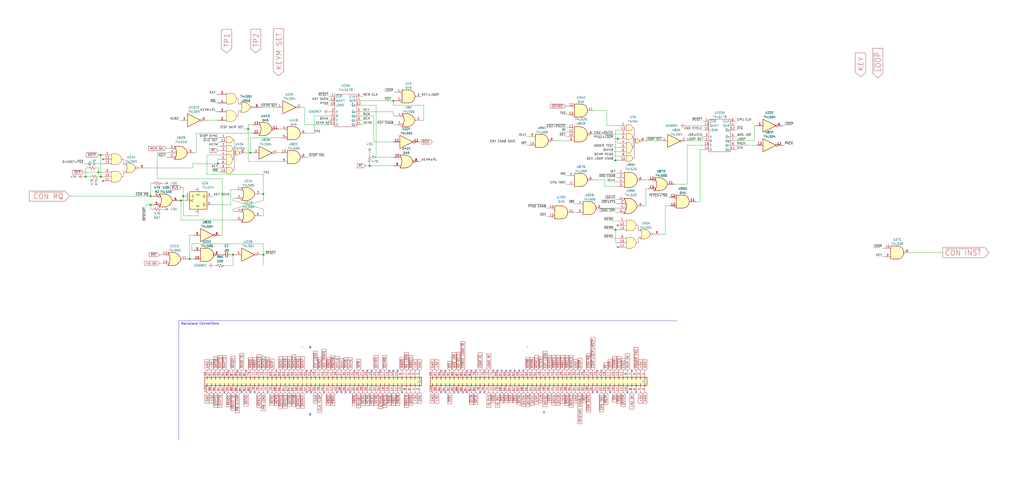
<source format=kicad_sch>
(kicad_sch (version 20230121) (generator eeschema)
  (paper "User" 599.999 280.01)
  (junction (at 230.505 59.055))
  (junction (at 50.165 103.505))
  (junction (at 154.305 113.665))
  (junction (at 146.685 89.535))
  (junction (at 361.95 81.28))
  (junction (at 154.305 149.225))
  (junction (at 360.68 134.62))
  (junction (at 360.68 93.98))
  (junction (at 136.525 149.225))
  (junction (at 88.265 114.935))
  (junction (at 59.055 90.805))
  (junction (at 88.265 120.015))
  (junction (at 57.785 100.965))
  (junction (at 216.535 97.155))
  (junction (at 59.055 103.505))
  (junction (at 111.125 151.765))
  (junction (at 127.635 95.885))
  (junction (at 145.415 75.565))
  (junction (at 107.315 114.935))
  (junction (at 106.045 117.475))
  (no_connect (at 361.95 132.08))
  (no_connect (at 361.95 144.78))
  (no_connect (at 60.325 106.045))
  (no_connect (at 60.325 93.345))
  (no_connect (at 260.985 217.17))
  (no_connect (at 370.205 217.17))
  (no_connect (at 304.165 217.17))
  (no_connect (at 299.085 217.17))
  (no_connect (at 144.145 217.17))
  (no_connect (at 352.425 217.17))
  (no_connect (at 301.625 217.17))
  (no_connect (at 131.445 229.87))
  (no_connect (at 197.485 229.87))
  (no_connect (at 273.685 217.17))
  (no_connect (at 179.705 229.87))
  (no_connect (at 367.665 229.87))
  (no_connect (at 268.605 229.87))
  (no_connect (at 207.645 217.17))
  (no_connect (at 217.805 217.17))
  (no_connect (at 276.225 217.17))
  (no_connect (at 139.065 217.17))
  (no_connect (at 271.145 229.87))
  (no_connect (at 294.005 217.17))
  (no_connect (at 273.685 229.87))
  (no_connect (at 349.885 217.17))
  (no_connect (at 258.445 229.87))
  (no_connect (at 349.885 229.87))
  (no_connect (at 156.845 229.87))
  (no_connect (at 146.685 229.87))
  (no_connect (at 291.465 217.17))
  (no_connect (at 182.245 217.17))
  (no_connect (at 283.845 217.17))
  (no_connect (at 227.965 217.17))
  (no_connect (at 278.765 217.17))
  (no_connect (at 233.045 217.17))
  (no_connect (at 347.345 229.87))
  (no_connect (at 283.845 229.87))
  (no_connect (at 182.245 229.87))
  (no_connect (at 222.885 217.17))
  (no_connect (at 205.105 229.87))
  (no_connect (at 161.925 217.17))
  (no_connect (at 296.545 217.17))
  (no_connect (at 202.565 229.87))
  (no_connect (at 288.925 217.17))
  (no_connect (at 342.265 217.17))
  (no_connect (at 266.065 229.87))
  (no_connect (at 281.305 229.87))
  (no_connect (at 212.725 217.17))
  (no_connect (at 149.225 229.87))
  (no_connect (at 230.505 217.17))
  (no_connect (at 189.865 229.87))
  (no_connect (at 372.745 229.87))
  (no_connect (at 200.025 229.87))
  (no_connect (at 357.505 229.87))
  (no_connect (at 235.585 229.87))
  (no_connect (at 260.985 229.87))
  (no_connect (at 179.705 217.17))
  (no_connect (at 306.705 217.17))
  (no_connect (at 258.445 217.17))
  (no_connect (at 141.605 229.87))
  (no_connect (at 215.265 217.17))
  (no_connect (at 133.985 217.17))
  (wire (pts (xy 211.455 59.055) (xy 230.505 59.055)))
  (wire (pts (xy 113.03 95.885) (xy 127.635 95.885)))
  (wire (pts (xy 60.325 103.505) (xy 59.055 103.505)))
  (wire (pts (xy 136.525 122.555) (xy 154.305 117.475)))
  (wire (pts (xy 126.365 65.405) (xy 127.635 65.405)))
  (wire (pts (xy 106.045 109.855) (xy 107.315 109.855)))
  (wire (pts (xy 219.075 83.185) (xy 230.505 83.185)))
  (wire (pts (xy 410.21 87.63) (xy 410.21 118.11)))
  (wire (pts (xy 230.505 59.055) (xy 230.505 61.595)))
  (wire (pts (xy 127.635 85.725) (xy 128.905 85.725)))
  (wire (pts (xy 379.73 105.41) (xy 377.19 105.41)))
  (wire (pts (xy 184.15 67.945) (xy 193.675 67.945)))
  (wire (pts (xy 211.455 61.595) (xy 220.345 61.595)))
  (wire (pts (xy 97.155 86.995) (xy 98.425 86.995)))
  (wire (pts (xy 411.48 76.2) (xy 412.75 76.2)))
  (wire (pts (xy 412.75 87.63) (xy 410.21 87.63)))
  (wire (pts (xy 361.95 83.82) (xy 363.22 83.82)))
  (wire (pts (xy 130.175 104.775) (xy 92.075 104.775)))
  (wire (pts (xy 230.505 53.975) (xy 231.775 53.975)))
  (wire (pts (xy 113.665 137.795) (xy 111.125 137.795)))
  (wire (pts (xy 361.95 81.28) (xy 361.95 83.82)))
  (wire (pts (xy 136.525 116.205) (xy 137.795 116.205)))
  (wire (pts (xy 142.875 75.565) (xy 145.415 75.565)))
  (wire (pts (xy 360.68 142.24) (xy 361.95 142.24)))
  (wire (pts (xy 154.305 113.665) (xy 154.305 117.475)))
  (wire (pts (xy 136.525 155.575) (xy 136.525 149.225)))
  (wire (pts (xy 85.725 121.285) (xy 85.725 120.015)))
  (wire (pts (xy 360.68 116.84) (xy 361.95 116.84)))
  (wire (pts (xy 111.125 137.795) (xy 111.125 151.765)))
  (wire (pts (xy 106.045 117.475) (xy 106.045 128.905)))
  (wire (pts (xy 331.47 77.47) (xy 332.74 77.47)))
  (wire (pts (xy 331.47 62.23) (xy 332.74 62.23)))
  (wire (pts (xy 431.8 71.12) (xy 430.53 71.12)))
  (wire (pts (xy 516.89 145.415) (xy 518.16 145.415)))
  (wire (pts (xy 363.22 78.74) (xy 347.98 78.74)))
  (wire (pts (xy 85.725 120.015) (xy 88.265 120.015)))
  (wire (pts (xy 136.525 117.475) (xy 136.525 116.205)))
  (wire (pts (xy 56.515 98.425) (xy 57.785 98.425)))
  (wire (pts (xy 441.96 82.55) (xy 441.96 73.66)))
  (wire (pts (xy 109.855 151.765) (xy 111.125 151.765)))
  (wire (pts (xy 107.315 109.855) (xy 107.315 114.935)))
  (wire (pts (xy 359.41 86.36) (xy 363.22 86.36)))
  (wire (pts (xy 211.455 65.405) (xy 230.505 65.405)))
  (wire (pts (xy 94.615 122.555) (xy 95.885 122.555)))
  (wire (pts (xy 363.22 76.2) (xy 360.68 76.2)))
  (wire (pts (xy 40.64 114.935) (xy 88.265 114.935)))
  (wire (pts (xy 104.775 117.475) (xy 106.045 117.475)))
  (wire (pts (xy 359.41 139.7) (xy 361.95 139.7)))
  (wire (pts (xy 92.075 89.535) (xy 98.425 89.535)))
  (wire (pts (xy 116.205 126.365) (xy 107.315 126.365)))
  (wire (pts (xy 93.345 154.305) (xy 94.615 154.305)))
  (wire (pts (xy 154.305 142.875) (xy 112.395 142.875)))
  (wire (pts (xy 412.75 85.09) (xy 402.59 85.09)))
  (wire (pts (xy 247.015 83.185) (xy 245.745 83.185)))
  (wire (pts (xy 359.41 129.54) (xy 361.95 129.54)))
  (wire (pts (xy 308.61 80.01) (xy 309.88 80.01)))
  (wire (pts (xy 127.635 95.885) (xy 128.905 95.885)))
  (wire (pts (xy 360.68 119.38) (xy 361.95 119.38)))
  (wire (pts (xy 161.925 62.865) (xy 153.035 62.865)))
  (wire (pts (xy 164.465 89.535) (xy 163.195 89.535)))
  (wire (pts (xy 402.59 85.09) (xy 402.59 107.95)))
  (wire (pts (xy 219.075 67.945) (xy 219.075 83.185)))
  (wire (pts (xy 59.055 90.805) (xy 60.325 90.805)))
  (wire (pts (xy 153.035 126.365) (xy 154.305 126.365)))
  (wire (pts (xy 48.895 100.965) (xy 57.785 100.965)))
  (wire (pts (xy 131.445 155.575) (xy 136.525 155.575)))
  (wire (pts (xy 336.55 119.38) (xy 337.82 119.38)))
  (wire (pts (xy 230.505 59.055) (xy 231.775 59.055)))
  (wire (pts (xy 212.725 70.485) (xy 211.455 70.485)))
  (wire (pts (xy 180.975 92.075) (xy 179.705 92.075)))
  (wire (pts (xy 108.585 117.475) (xy 106.045 117.475)))
  (wire (pts (xy 359.41 134.62) (xy 360.68 134.62)))
  (wire (pts (xy 192.405 61.595) (xy 193.675 61.595)))
  (wire (pts (xy 154.305 142.875) (xy 154.305 149.225)))
  (wire (pts (xy 248.285 70.485) (xy 247.015 70.485)))
  (wire (pts (xy 378.46 120.65) (xy 378.46 110.49)))
  (wire (pts (xy 178.435 73.025) (xy 178.435 62.865)))
  (wire (pts (xy 361.95 81.28) (xy 363.22 81.28)))
  (wire (pts (xy 57.785 100.965) (xy 60.325 100.965)))
  (wire (pts (xy 178.435 62.865) (xy 177.165 62.865)))
  (wire (pts (xy 401.32 73.66) (xy 412.75 73.66)))
  (wire (pts (xy 360.68 101.6) (xy 361.95 101.6)))
  (wire (pts (xy 377.19 120.65) (xy 378.46 120.65)))
  (wire (pts (xy 212.725 56.515) (xy 211.455 56.515)))
  (wire (pts (xy 50.165 103.505) (xy 52.705 103.505)))
  (wire (pts (xy 359.41 93.98) (xy 360.68 93.98)))
  (wire (pts (xy 89.535 114.935) (xy 88.265 114.935)))
  (wire (pts (xy 230.505 61.595) (xy 248.285 61.595)))
  (wire (pts (xy 121.285 70.485) (xy 127.635 70.485)))
  (wire (pts (xy 126.365 55.245) (xy 127.635 55.245)))
  (wire (pts (xy 128.905 149.225) (xy 130.175 149.225)))
  (wire (pts (xy 92.075 104.775) (xy 92.075 89.535)))
  (wire (pts (xy 128.905 93.345) (xy 127.635 93.345)))
  (wire (pts (xy 387.35 137.16) (xy 389.89 137.16)))
  (wire (pts (xy 331.47 80.01) (xy 332.74 80.01)))
  (wire (pts (xy 179.705 78.105) (xy 184.15 78.105)))
  (wire (pts (xy 154.305 122.555) (xy 154.305 126.365)))
  (wire (pts (xy 402.59 107.95) (xy 394.97 107.95)))
  (wire (pts (xy 331.47 67.31) (xy 332.74 67.31)))
  (wire (pts (xy 127.635 100.965) (xy 128.905 100.965)))
  (wire (pts (xy 94.615 107.315) (xy 95.885 107.315)))
  (wire (pts (xy 331.47 102.87) (xy 332.74 102.87)))
  (wire (pts (xy 154.305 122.555) (xy 136.525 117.475)))
  (wire (pts (xy 135.255 149.225) (xy 136.525 149.225)))
  (wire (pts (xy 85.725 98.425) (xy 113.03 98.425)))
  (wire (pts (xy 146.685 89.535) (xy 147.955 89.535)))
  (wire (pts (xy 88.265 120.015) (xy 89.535 120.015)))
  (wire (pts (xy 431.8 87.63) (xy 430.53 87.63)))
  (wire (pts (xy 127.635 83.185) (xy 128.905 83.185)))
  (wire (pts (xy 248.285 61.595) (xy 248.285 70.485)))
  (wire (pts (xy 431.8 76.2) (xy 430.53 76.2)))
  (wire (pts (xy 126.365 60.325) (xy 127.635 60.325)))
  (wire (pts (xy 154.305 149.225) (xy 153.035 149.225)))
  (wire (pts (xy 107.315 114.935) (xy 108.585 114.935)))
  (wire (pts (xy 320.04 121.92) (xy 321.31 121.92)))
  (wire (pts (xy 88.265 107.315) (xy 89.535 107.315)))
  (wire (pts (xy 411.48 80.01) (xy 412.75 80.01)))
  (wire (pts (xy 59.055 103.505) (xy 59.055 90.805)))
  (wire (pts (xy 48.895 103.505) (xy 50.165 103.505)))
  (wire (pts (xy 430.53 85.09) (xy 443.23 85.09)))
  (wire (pts (xy 359.41 91.44) (xy 363.22 91.44)))
  (wire (pts (xy 135.255 120.015) (xy 135.255 111.125)))
  (wire (pts (xy 441.96 73.66) (xy 443.23 73.66)))
  (wire (pts (xy 114.935 78.105) (xy 114.935 89.535)))
  (wire (pts (xy 123.825 120.015) (xy 135.255 120.015)))
  (wire (pts (xy 360.68 93.98) (xy 363.22 93.98)))
  (wire (pts (xy 354.33 105.41) (xy 354.33 109.22)))
  (wire (pts (xy 220.345 92.075) (xy 230.505 92.075)))
  (wire (pts (xy 230.505 65.405) (xy 230.505 67.945)))
  (wire (pts (xy 359.41 88.9) (xy 363.22 88.9)))
  (wire (pts (xy 88.265 114.935) (xy 88.265 107.315)))
  (wire (pts (xy 154.305 102.235) (xy 154.305 113.665)))
  (wire (pts (xy 360.68 76.2) (xy 360.68 93.98)))
  (wire (pts (xy 216.535 89.535) (xy 216.535 90.805)))
  (wire (pts (xy 193.675 73.025) (xy 178.435 73.025)))
  (wire (pts (xy 212.725 73.025) (xy 211.455 73.025)))
  (wire (pts (xy 106.045 128.905) (xy 137.795 128.905)))
  (wire (pts (xy 402.59 82.55) (xy 412.75 82.55)))
  (wire (pts (xy 430.53 82.55) (xy 441.96 82.55)))
  (wire (pts (xy 111.125 151.765) (xy 113.665 151.765)))
  (wire (pts (xy 121.285 102.235) (xy 154.305 102.235)))
  (wire (pts (xy 128.905 90.805) (xy 121.285 90.805)))
  (wire (pts (xy 104.775 70.485) (xy 106.045 70.485)))
  (wire (pts (xy 136.525 149.225) (xy 137.795 149.225)))
  (wire (pts (xy 431.8 80.01) (xy 430.53 80.01)))
  (wire (pts (xy 163.195 75.565) (xy 164.465 75.565)))
  (wire (pts (xy 331.47 74.93) (xy 332.74 74.93)))
  (wire (pts (xy 51.435 98.425) (xy 50.165 98.425)))
  (wire (pts (xy 154.305 113.665) (xy 153.035 113.665)))
  (wire (pts (xy 89.535 122.555) (xy 88.265 122.555)))
  (wire (pts (xy 145.415 73.025) (xy 147.955 73.025)))
  (polyline (pts (xy 104.775 257.81) (xy 104.775 187.96)))
  (wire (pts (xy 192.405 56.515) (xy 193.675 56.515)))
  (wire (pts (xy 116.205 125.095) (xy 116.205 126.365)))
  (wire (pts (xy 332.74 82.55) (xy 325.12 82.55)))
  (wire (pts (xy 137.795 123.825) (xy 136.525 123.825)))
  (wire (pts (xy 127.635 80.645) (xy 128.905 80.645)))
  (wire (pts (xy 459.74 85.09) (xy 458.47 85.09)))
  (wire (pts (xy 552.45 147.955) (xy 533.4 147.955)))
  (wire (pts (xy 97.155 92.075) (xy 98.425 92.075)))
  (wire (pts (xy 144.145 89.535) (xy 146.685 89.535)))
  (wire (pts (xy 320.04 127) (xy 321.31 127)))
  (wire (pts (xy 128.905 137.795) (xy 130.175 137.795)))
  (wire (pts (xy 359.41 81.28) (xy 361.95 81.28)))
  (wire (pts (xy 93.345 149.225) (xy 94.615 149.225)))
  (polyline (pts (xy 104.775 187.96) (xy 396.875 187.96)))
  (wire (pts (xy 410.21 118.11) (xy 407.67 118.11)))
  (wire (pts (xy 112.395 146.685) (xy 113.665 146.685)))
  (wire (pts (xy 360.68 104.14) (xy 361.95 104.14)))
  (wire (pts (xy 130.175 104.775) (xy 130.175 137.795)))
  (wire (pts (xy 127.635 98.425) (xy 128.905 98.425)))
  (wire (pts (xy 147.955 78.105) (xy 114.935 78.105)))
  (wire (pts (xy 516.89 150.495) (xy 518.16 150.495)))
  (wire (pts (xy 355.6 73.66) (xy 363.22 73.66)))
  (wire (pts (xy 360.68 106.68) (xy 361.95 106.68)))
  (wire (pts (xy 112.395 142.875) (xy 112.395 146.685)))
  (wire (pts (xy 411.48 71.12) (xy 412.75 71.12)))
  (wire (pts (xy 57.785 98.425) (xy 57.785 100.965)))
  (wire (pts (xy 121.285 90.805) (xy 121.285 102.235)))
  (wire (pts (xy 125.095 155.575) (xy 126.365 155.575)))
  (wire (pts (xy 378.46 110.49) (xy 379.73 110.49)))
  (wire (pts (xy 184.15 78.105) (xy 184.15 67.945)))
  (wire (pts (xy 459.74 73.66) (xy 458.47 73.66)))
  (wire (pts (xy 389.89 137.16) (xy 389.89 120.65)))
  (wire (pts (xy 146.685 80.645) (xy 146.685 89.535)))
  (wire (pts (xy 127.635 93.345) (xy 127.635 95.885)))
  (wire (pts (xy 88.265 122.555) (xy 88.265 120.015)))
  (wire (pts (xy 220.345 61.595) (xy 220.345 92.075)))
  (wire (pts (xy 192.405 65.405) (xy 193.675 65.405)))
  (wire (pts (xy 154.305 149.225) (xy 154.305 155.575)))
  (wire (pts (xy 57.785 90.805) (xy 59.055 90.805)))
  (wire (pts (xy 192.405 59.055) (xy 193.675 59.055)))
  (wire (pts (xy 355.6 64.77) (xy 347.98 64.77)))
  (wire (pts (xy 231.775 67.945) (xy 230.505 67.945)))
  (wire (pts (xy 230.505 73.025) (xy 231.775 73.025)))
  (wire (pts (xy 389.89 120.65) (xy 392.43 120.65)))
  (wire (pts (xy 50.165 98.425) (xy 50.165 103.505)))
  (wire (pts (xy 114.935 89.535) (xy 113.665 89.535)))
  (wire (pts (xy 355.6 73.66) (xy 355.6 64.77)))
  (wire (pts (xy 135.255 111.125) (xy 137.795 111.125)))
  (wire (pts (xy 57.785 103.505) (xy 59.055 103.505)))
  (wire (pts (xy 216.535 97.155) (xy 230.505 97.155)))
  (wire (pts (xy 145.415 94.615) (xy 164.465 94.615)))
  (wire (pts (xy 360.68 134.62) (xy 360.68 142.24)))
  (wire (pts (xy 113.03 98.425) (xy 113.03 95.885)))
  (wire (pts (xy 107.315 126.365) (xy 107.315 114.935)))
  (wire (pts (xy 145.415 75.565) (xy 145.415 94.615)))
  (wire (pts (xy 192.405 70.485) (xy 193.675 70.485)))
  (wire (pts (xy 360.68 124.46) (xy 361.95 124.46)))
  (wire (pts (xy 125.095 114.935) (xy 123.825 114.935)))
  (wire (pts (xy 361.95 134.62) (xy 360.68 134.62)))
  (wire (pts (xy 391.16 115.57) (xy 392.43 115.57)))
  (wire (pts (xy 354.33 109.22) (xy 361.95 109.22)))
  (wire (pts (xy 211.455 67.945) (xy 219.075 67.945)))
  (wire (pts (xy 164.465 80.645) (xy 146.685 80.645)))
  (wire (pts (xy 48.895 95.885) (xy 60.325 95.885)))
  (wire (pts (xy 347.98 105.41) (xy 354.33 105.41)))
  (wire (pts (xy 387.35 82.55) (xy 378.46 82.55)))
  (wire (pts (xy 216.535 95.885) (xy 216.535 97.155)))
  (wire (pts (xy 127.635 88.265) (xy 128.905 88.265)))
  (wire (pts (xy 331.47 107.95) (xy 332.74 107.95)))
  (wire (pts (xy 213.995 97.155) (xy 216.535 97.155)))
  (wire (pts (xy 308.61 85.09) (xy 309.88 85.09)))
  (wire (pts (xy 145.415 75.565) (xy 145.415 73.025)))
  (wire (pts (xy 136.525 123.825) (xy 136.525 122.555)))
  (wire (pts (xy 155.575 149.225) (xy 154.305 149.225)))
  (wire (pts (xy 247.015 94.615) (xy 245.745 94.615)))
  (wire (pts (xy 353.06 121.92) (xy 361.95 121.92)))
  (wire (pts (xy 336.55 124.46) (xy 337.82 124.46)))
  (text "Backplane Connections" (at 106.045 190.5 0) (effects (font (size 1.27 1.27)) (justify left bottom)))
  (text "B" (at 180.975 243.84 0) (effects (font (size 1.27 1.27)) (justify left bottom)))
  (text "A\n" (at 319.405 242.57 0) (effects (font (size 1.27 1.27)) (justify right bottom)))
  (text "B" (at 180.975 204.47 0) (effects (font (size 1.27 1.27)) (justify left bottom)))
  (label "STOP SYNC" (at 127.635 80.645 180))
  (label "EFA" (at 431.8 87.63 0))
  (label "MEM CLK" (at 212.725 56.515 0))
  (label "~{PTG5 ENAB}" (at 320.04 121.92 180))
  (label "~{PACK}" (at 459.74 85.09 0))
  (label "KEY SEEN" (at 192.405 59.055 180))
  (label "IR7" (at 360.68 101.6 180))
  (label "~{(ISZ+DSZ)E}" (at 331.47 74.93 180))
  (label "~{FETCH•TS0}" (at 391.16 115.57 180))
  (label "KEYM" (at 127.635 85.725 180))
  (label "DCH LOOP ENAB" (at 359.41 93.98 180))
  (label "KEY" (at 516.89 150.495 180))
  (label "~{KEY}" (at 225.425 59.055 0))
  (label "ADDER TEST" (at 359.41 86.36 180))
  (label "TEST SKIP SET" (at 142.875 75.565 180))
  (label "~{KEY ENAB}" (at 230.505 73.025 180))
  (label "KEYM SET" (at 184.785 73.025 0))
  (label "~{RESET}" (at 155.575 149.225 0))
  (label "KEY•LOOP" (at 247.015 56.515 0))
  (label "~{LOOP}" (at 230.505 53.975 180))
  (label "CPU INST" (at 331.47 107.95 180))
  (label "LOOP SET" (at 402.59 82.55 0))
  (label "END CYCLE" (at 411.48 76.2 180))
  (label "PACK" (at 431.8 85.09 0))
  (label "PTG5" (at 192.405 61.595 180))
  (label "CPU CLK" (at 431.8 71.12 0))
  (label "~{STOP INH}" (at 180.975 92.075 0))
  (label "CRY ENAB SAVE" (at 287.02 83.82 0))
  (label "ACB2" (at 104.775 70.485 180))
  (label "~{MEM0}" (at 359.41 134.62 180))
  (label "IR5" (at 331.47 102.87 180))
  (label "~{JSR•EFA}" (at 360.68 119.38 180))
  (label "DEFER" (at 359.41 88.9 180))
  (label "~{KEY}" (at 331.47 80.01 180))
  (label "DCHR PEND" (at 359.41 91.44 180))
  (label "KEYM•PL" (at 126.365 65.405 180))
  (label "KEY SEEN" (at 125.095 114.935 0))
  (label "~{IR6}" (at 126.365 60.325 180))
  (label "~{KEYM SET}" (at 153.035 62.865 0))
  (label "~{D+E SET}" (at 127.635 83.185 180))
  (label "D+ESET+~{TS3}" (at 48.895 95.885 180))
  (label "PTG2•~{LOOP}" (at 359.41 81.28 180))
  (label "~{LOOP}" (at 516.89 145.415 180))
  (label "~{IR0}" (at 336.55 119.38 180))
  (label "~{LOOP}" (at 459.74 73.66 0))
  (label "~{IR0}" (at 127.635 100.965 180))
  (label "KEYM" (at 212.725 73.025 0))
  (label "TP2" (at 184.15 78.105 0))
  (label "~{RESET}" (at 192.405 56.515 180))
  (label "TS3" (at 331.47 67.31 180))
  (label "DCH" (at 212.725 70.485 0))
  (label "~{RESET}" (at 411.48 71.12 180))
  (label "~{AND ENAB}" (at 360.68 104.14 180))
  (label "~{HALT}" (at 97.155 92.075 180))
  (label "LOOP" (at 431.8 82.55 0))
  (label "~{IR7}" (at 308.61 85.09 180))
  (label "~{EFA}" (at 431.8 76.2 0))
  (label "IO•E" (at 308.61 80.01 180))
  (label "IO•E" (at 360.68 106.68 180))
  (label "KEYM•PL" (at 247.015 94.615 0))
  (label "RUN" (at 212.725 67.945 0))
  (label "JSR•EFA" (at 411.48 80.01 180))
  (label "KEY" (at 212.725 65.405 0))
  (label "~{LOAD CRY}" (at 360.68 124.46 180))
  (label "~{LDA•E}" (at 360.68 116.84 180))
  (label "~{PI}" (at 331.47 77.47 180))
  (label "~{CON RQ}" (at 79.375 114.935 0))
  (label "~{RESTART}" (at 85.725 121.285 270))
  (label "KEY" (at 127.635 98.425 180))
  (label "(ISZ+DSZ)E" (at 347.98 78.74 0))
  (label "DCHA" (at 192.405 70.485 180))
  (label "~{MEM2}" (at 359.41 129.54 180))
  (label "~{MEM1}" (at 359.41 139.7 180))
  (label "KEY" (at 126.365 55.245 180))
  (label "WAS JSR" (at 431.8 80.01 0))
  (label "~{KEY}" (at 320.04 127 180))
  (label "~{LOOP SET}" (at 378.46 82.55 0))
  (label "TP1" (at 154.305 102.235 0))
  (global_label "~{MEM10}" (shape input) (at 321.945 217.17 90) (property "Intersheetrefs" "${INTERSHEET_REFS}" (effects hide)))
  (global_label "~{DRIVE IO}" (shape input) (at 136.525 229.87 270) (property "Intersheetrefs" "${INTERSHEET_REFS}" (effects hide)))
  (global_label "~{MEM4}" (shape input) (at 212.725 229.87 270) (property "Intersheetrefs" "${INTERSHEET_REFS}" (effects hide)))
  (global_label "~{RST}" (shape input) (at 93.345 149.225 180) (property "Intersheetrefs" "${INTERSHEET_REFS}" (effects hide)))
  (global_label "~{MBO12}" (shape input) (at 329.565 217.17 90) (property "Intersheetrefs" "${INTERSHEET_REFS}" (effects hide)))
  (global_label "~{DATA13}" (shape input) (at 167.005 229.87 270) (property "Intersheetrefs" "${INTERSHEET_REFS}" (effects hide)))
  (global_label "~{MBO14}" (shape input) (at 324.485 217.17 90) (property "Intersheetrefs" "${INTERSHEET_REFS}" (effects hide)))
  (global_label "~{INTR}" (shape input) (at 210.185 217.17 90) (property "Intersheetrefs" "${INTERSHEET_REFS}" (effects hide)))
  (global_label "DATIA" (shape input) (at 324.485 229.87 270) (property "Intersheetrefs" "${INTERSHEET_REFS}" (effects hide)))
  (global_label "IO PLS" (shape input) (at 286.385 229.87 270) (property "Intersheetrefs" "${INTERSHEET_REFS}" (effects hide)))
  (global_label "~{MBO6}" (shape input) (at 227.965 229.87 270) (property "Intersheetrefs" "${INTERSHEET_REFS}" (effects hide)))
  (global_label "~{MBO9}" (shape input) (at 235.585 217.17 90) (property "Intersheetrefs" "${INTERSHEET_REFS}" (effects hide)))
  (global_label "~{ISTP}" (shape input) (at 48.895 100.965 180) (property "Intersheetrefs" "${INTERSHEET_REFS}" (effects hide)))
  (global_label "MEM OK" (shape input) (at 367.665 217.17 90) (property "Intersheetrefs" "${INTERSHEET_REFS}" (effects hide)))
  (global_label "~{SHIFT2}" (shape input) (at 128.905 217.17 90) (property "Intersheetrefs" "${INTERSHEET_REFS}" (effects hide)))
  (global_label "MB LOAD" (shape input) (at 154.305 229.87 270) (property "Intersheetrefs" "${INTERSHEET_REFS}" (effects hide)))
  (global_label "TP2" (shape input) (at 149.86 31.115 90) (effects (font (size 3 3))) (property "Intersheetrefs" "${INTERSHEET_REFS}" (effects hide)))
  (global_label "~{MBO1}" (shape input) (at 149.225 217.17 90) (property "Intersheetrefs" "${INTERSHEET_REFS}" (effects hide)))
  (global_label "GND" (shape input) (at 245.745 229.87 270) (property "Intersheetrefs" "${INTERSHEET_REFS}" (effects hide)))
  (global_label "~{MBO5}" (shape input) (at 207.645 229.87 270) (property "Intersheetrefs" "${INTERSHEET_REFS}" (effects hide)))
  (global_label "~{INH TRANS}" (shape input) (at 189.865 217.17 90) (property "Intersheetrefs" "${INTERSHEET_REFS}" (effects hide)))
  (global_label "~{DS1}" (shape input) (at 294.005 229.87 270) (property "Intersheetrefs" "${INTERSHEET_REFS}" (effects hide)))
  (global_label "+5V" (shape input) (at 123.825 229.87 270) (property "Intersheetrefs" "${INTERSHEET_REFS}" (effects hide)))
  (global_label "~{DATA9}" (shape input) (at 167.005 217.17 90) (property "Intersheetrefs" "${INTERSHEET_REFS}" (effects hide)))
  (global_label "~{MBO13}" (shape input) (at 332.105 217.17 90) (property "Intersheetrefs" "${INTERSHEET_REFS}" (effects hide)))
  (global_label "~{TEST}" (shape input) (at 263.525 229.87 270) (property "Intersheetrefs" "${INTERSHEET_REFS}" (effects hide)))
  (global_label "~{MBO2}" (shape input) (at 192.405 229.87 270) (property "Intersheetrefs" "${INTERSHEET_REFS}" (effects hide)))
  (global_label "~{MSTP}" (shape input) (at 354.965 229.87 270) (property "Intersheetrefs" "${INTERSHEET_REFS}" (effects hide)))
  (global_label "~{READ2}" (shape input) (at 133.985 229.87 270) (property "Intersheetrefs" "${INTERSHEET_REFS}" (effects hide)))
  (global_label "~{MEM5}" (shape input) (at 215.265 229.87 270) (property "Intersheetrefs" "${INTERSHEET_REFS}" (effects hide)))
  (global_label "~{MA LOAD}" (shape input) (at 238.125 217.17 90) (property "Intersheetrefs" "${INTERSHEET_REFS}" (effects hide)))
  (global_label "MEM OK" (shape input) (at 97.155 86.995 180) (property "Intersheetrefs" "${INTERSHEET_REFS}" (effects hide)))
  (global_label "~{MEM14}" (shape input) (at 151.765 229.87 270) (property "Intersheetrefs" "${INTERSHEET_REFS}" (effects hide)))
  (global_label "RESTART ENABLE" (shape input) (at 339.725 229.87 270) (property "Intersheetrefs" "${INTERSHEET_REFS}" (effects hide)))
  (global_label "INTA" (shape input) (at 329.565 229.87 270) (property "Intersheetrefs" "${INTERSHEET_REFS}" (effects hide)))
  (global_label "~{SHIFT1}" (shape input) (at 126.365 229.87 270) (property "Intersheetrefs" "${INTERSHEET_REFS}" (effects hide)))
  (global_label "~{STOP}" (shape input) (at 339.725 217.17 90) (property "Intersheetrefs" "${INTERSHEET_REFS}" (effects hide)))
  (global_label "~{DATA11}" (shape input) (at 174.625 229.87 270) (property "Intersheetrefs" "${INTERSHEET_REFS}" (effects hide)))
  (global_label "~{RUN}" (shape output) (at 247.015 83.185 0) (property "Intersheetrefs" "${INTERSHEET_REFS}" (effects hide)))
  (global_label "+5V" (shape input) (at 375.285 229.87 270) (property "Intersheetrefs" "${INTERSHEET_REFS}" (effects hide)))
  (global_label "~{MBO8}" (shape input) (at 233.045 229.87 270) (property "Intersheetrefs" "${INTERSHEET_REFS}" (effects hide)))
  (global_label "~{MBO0}" (shape input) (at 146.685 217.17 90) (property "Intersheetrefs" "${INTERSHEET_REFS}" (effects hide)))
  (global_label "~{LOAD AC}" (shape input) (at 281.305 217.17 90) (property "Intersheetrefs" "${INTERSHEET_REFS}" (effects hide)))
  (global_label "~{CARRY}" (shape input) (at 360.045 217.17 90) (property "Intersheetrefs" "${INTERSHEET_REFS}" (effects hide)))
  (global_label "~{DEFER}" (shape input) (at 365.125 229.87 270) (property "Intersheetrefs" "${INTERSHEET_REFS}" (effects hide)))
  (global_label "GND" (shape input) (at 377.825 217.17 90) (property "Intersheetrefs" "${INTERSHEET_REFS}" (effects hide)))
  (global_label "~{CON INST}" (shape input) (at 352.425 229.87 270) (property "Intersheetrefs" "${INTERSHEET_REFS}" (effects hide)))
  (global_label "KEY" (shape input) (at 504.19 45.085 90) (effects (font (size 3 3))) (property "Intersheetrefs" "${INTERSHEET_REFS}" (effects hide)))
  (global_label "~{RUN}" (shape input) (at 106.045 109.855 180) (property "Intersheetrefs" "${INTERSHEET_REFS}" (effects hide)))
  (global_label "~{ISTP}" (shape input) (at 357.505 217.17 90) (property "Intersheetrefs" "${INTERSHEET_REFS}" (effects hide)))
  (global_label "~{DS3}" (shape input) (at 321.945 229.87 270) (property "Intersheetrefs" "${INTERSHEET_REFS}" (effects hide)))
  (global_label "~{MEM12}" (shape input) (at 334.645 229.87 270) (property "Intersheetrefs" "${INTERSHEET_REFS}" (effects hide)))
  (global_label "~{EXT LOAD}" (shape input) (at 319.405 217.17 90) (property "Intersheetrefs" "${INTERSHEET_REFS}" (effects hide)))
  (global_label "~{DATA5}" (shape input) (at 174.625 217.17 90) (property "Intersheetrefs" "${INTERSHEET_REFS}" (effects hide)))
  (global_label "LOAD IR" (shape input) (at 286.385 217.17 90) (property "Intersheetrefs" "${INTERSHEET_REFS}" (effects hide)))
  (global_label "~{DATA8}" (shape input) (at 172.085 229.87 270) (property "Intersheetrefs" "${INTERSHEET_REFS}" (effects hide)))
  (global_label "DATIC" (shape input) (at 311.785 229.87 270) (property "Intersheetrefs" "${INTERSHEET_REFS}" (effects hide)))
  (global_label "~{DATA14}" (shape input) (at 177.165 229.87 270) (property "Intersheetrefs" "${INTERSHEET_REFS}" (effects hide)))
  (global_label "~{MEM7}" (shape input) (at 217.805 229.87 270) (property "Intersheetrefs" "${INTERSHEET_REFS}" (effects hide)))
  (global_label "~{CON DATA}" (shape input) (at 344.805 229.87 270) (property "Intersheetrefs" "${INTERSHEET_REFS}" (effects hide)))
  (global_label "GND" (shape input) (at 337.185 217.17 90) (property "Intersheetrefs" "${INTERSHEET_REFS}" (effects hide)))
  (global_label "DATIB" (shape input) (at 327.025 229.87 270) (property "Intersheetrefs" "${INTERSHEET_REFS}" (effects hide)))
  (global_label "~{DCHM1}" (shape input) (at 220.345 217.17 90) (property "Intersheetrefs" "${INTERSHEET_REFS}" (effects hide)))
  (global_label "OVFLO" (shape input) (at 197.485 217.17 90) (property "Intersheetrefs" "${INTERSHEET_REFS}" (effects hide)))
  (global_label "STROBE" (shape input) (at 222.885 229.87 270) (property "Intersheetrefs" "${INTERSHEET_REFS}" (effects hide)))
  (global_label "~{SHIFT3}" (shape input) (at 131.445 217.17 90) (property "Intersheetrefs" "${INTERSHEET_REFS}" (effects hide)))
  (global_label "~{MEM11}" (shape input) (at 314.325 217.17 90) (property "Intersheetrefs" "${INTERSHEET_REFS}" (effects hide)))
  (global_label "~{RQENB}" (shape input) (at 194.945 217.17 90) (property "Intersheetrefs" "${INTERSHEET_REFS}" (effects hide)))
  (global_label "TP1" (shape input) (at 132.715 31.115 90) (effects (font (size 3 3))) (property "Intersheetrefs" "${INTERSHEET_REFS}" (effects hide)))
  (global_label "~{MEM8}" (shape input) (at 309.245 217.17 90) (property "Intersheetrefs" "${INTERSHEET_REFS}" (effects hide)))
  (global_label "~{FETCH}" (shape input) (at 362.585 217.17 90) (property "Intersheetrefs" "${INTERSHEET_REFS}" (effects hide)))
  (global_label "~{DATA2}" (shape input) (at 144.145 229.87 270) (property "Intersheetrefs" "${INTERSHEET_REFS}" (effects hide)))
  (global_label "~{MEM3}" (shape input) (at 161.925 229.87 270) (property "Intersheetrefs" "${INTERSHEET_REFS}" (effects hide)))
  (global_label "~{DS4}" (shape input) (at 301.625 229.87 270) (property "Intersheetrefs" "${INTERSHEET_REFS}" (effects hide)))
  (global_label "~{EXEC}" (shape input) (at 365.125 217.17 90) (property "Intersheetrefs" "${INTERSHEET_REFS}" (effects hide)))
  (global_label "~{MBO11}" (shape input) (at 240.665 217.17 90) (property "Intersheetrefs" "${INTERSHEET_REFS}" (effects hide)))
  (global_label "~{MBO3}" (shape input) (at 192.405 217.17 90) (property "Intersheetrefs" "${INTERSHEET_REFS}" (effects hide)))
  (global_label "GND" (shape input) (at 253.365 217.17 90) (property "Intersheetrefs" "${INTERSHEET_REFS}" (effects hide)))
  (global_label "GND" (shape input) (at 337.185 229.87 270) (property "Intersheetrefs" "${INTERSHEET_REFS}" (effects hide)))
  (global_label "~{DCHR}" (shape input) (at 202.565 217.17 90) (property "Intersheetrefs" "${INTERSHEET_REFS}" (effects hide)))
  (global_label "~{DATA12}" (shape input) (at 172.085 217.17 90) (property "Intersheetrefs" "${INTERSHEET_REFS}" (effects hide)))
  (global_label "~{WAS JSR}" (shape input) (at 266.065 217.17 90) (property "Intersheetrefs" "${INTERSHEET_REFS}" (effects hide)))
  (global_label "~{DCHM1}" (shape input) (at 331.47 62.23 180) (property "Intersheetrefs" "${INTERSHEET_REFS}" (effects hide)))
  (global_label "~{CON INST}" (shape output) (at 552.45 147.955 0) (effects (font (size 3 3))) (property "Intersheetrefs" "${INTERSHEET_REFS}" (effects hide)))
  (global_label "DATOC" (shape input) (at 319.405 229.87 270) (property "Intersheetrefs" "${INTERSHEET_REFS}" (effects hide)))
  (global_label "~{MEM6}" (shape input) (at 220.345 229.87 270) (property "Intersheetrefs" "${INTERSHEET_REFS}" (effects hide)))
  (global_label "~{CON RQ}" (shape input) (at 344.805 217.17 90) (property "Intersheetrefs" "${INTERSHEET_REFS}" (effects hide)))
  (global_label "~{DATA10}" (shape input) (at 151.765 217.17 90) (property "Intersheetrefs" "${INTERSHEET_REFS}" (effects hide)))
  (global_label "+5V" (shape input) (at 123.825 217.17 90) (property "Intersheetrefs" "${INTERSHEET_REFS}" (effects hide)))
  (global_label "~{SHIFT0}" (shape input) (at 128.905 229.87 270) (property "Intersheetrefs" "${INTERSHEET_REFS}" (effects hide)))
  (global_label "GND" (shape input) (at 245.745 217.17 90) (property "Intersheetrefs" "${INTERSHEET_REFS}" (effects hide)))
  (global_label "INHIBIT" (shape input) (at 210.185 229.87 270) (property "Intersheetrefs" "${INTERSHEET_REFS}" (effects hide)))
  (global_label "~{MEM0}" (shape input) (at 156.845 217.17 90) (property "Intersheetrefs" "${INTERSHEET_REFS}" (effects hide)))
  (global_label "~{FETCH}" (shape input) (at 316.865 217.17 90) (property "Intersheetrefs" "${INTERSHEET_REFS}" (effects hide)))
  (global_label "~{MBO4}" (shape input) (at 194.945 229.87 270) (property "Intersheetrefs" "${INTERSHEET_REFS}" (effects hide)))
  (global_label "~{SELD}" (shape input) (at 278.765 229.87 270) (property "Intersheetrefs" "${INTERSHEET_REFS}" (effects hide)))
  (global_label "~{MEM9}" (shape input) (at 311.785 217.17 90) (property "Intersheetrefs" "${INTERSHEET_REFS}" (effects hide)))
  (global_label "~{MBO7}" (shape input) (at 230.505 229.87 270) (property "Intersheetrefs" "${INTERSHEET_REFS}" (effects hide)))
  (global_label "~{MEM1}" (shape input) (at 159.385 229.87 270) (property "Intersheetrefs" "${INTERSHEET_REFS}" (effects hide)))
  (global_label "~{MB CLEAR}" (shape input) (at 139.065 229.87 270) (property "Intersheetrefs" "${INTERSHEET_REFS}" (effects hide)))
  (global_label "CLK FLOP" (shape input) (at 187.325 229.87 270) (property "Intersheetrefs" "${INTERSHEET_REFS}" (effects hide)))
  (global_label "GND" (shape input) (at 253.365 229.87 270) (property "Intersheetrefs" "${INTERSHEET_REFS}" (effects hide)))
  (global_label "~{DATA1}" (shape input) (at 164.465 217.17 90) (property "Intersheetrefs" "${INTERSHEET_REFS}" (effects hide)))
  (global_label "~{MD SEL1}" (shape input) (at 268.605 217.17 90) (property "Intersheetrefs" "${INTERSHEET_REFS}" (effects hide)))
  (global_label "~{LOOP}" (shape input) (at 514.35 45.72 90) (effects (font (size 3 3))) (property "Intersheetrefs" "${INTERSHEET_REFS}" (effects hide)))
  (global_label "+5V" (shape input) (at 375.285 217.17 90) (property "Intersheetrefs" "${INTERSHEET_REFS}" (effects hide)))
  (global_label "~{MEM15}" (shape input) (at 225.425 229.87 270) (property "Intersheetrefs" "${INTERSHEET_REFS}" (effects hide)))
  (global_label "+5V" (shape input) (at 243.205 229.87 270) (property "Intersheetrefs" "${INTERSHEET_REFS}" (effects hide)))
  (global_label "DATOA" (shape input) (at 306.705 229.87 270) (property "Intersheetrefs" "${INTERSHEET_REFS}" (effects hide)))
  (global_label "~{DATA6}" (shape input) (at 126.365 217.17 90) (property "Intersheetrefs" "${INTERSHEET_REFS}" (effects hide)))
  (global_label "~{DS0}" (shape input) (at 288.925 229.87 270) (property "Intersheetrefs" "${INTERSHEET_REFS}" (effects hide)))
  (global_label "~{CONT+ISTP+MSTP}" (shape input) (at 347.345 217.17 90) (property "Intersheetrefs" "${INTERSHEET_REFS}" (effects hide)))
  (global_label "~{DATA3}" (shape input) (at 154.305 217.17 90) (property "Intersheetrefs" "${INTERSHEET_REFS}" (effects hide)))
  (global_label "~{PL}" (shape input) (at 213.995 97.155 180) (property "Intersheetrefs" "${INTERSHEET_REFS}" (effects hide)))
  (global_label "~{RUN}" (shape input) (at 362.585 229.87 270) (property "Intersheetrefs" "${INTERSHEET_REFS}" (effects hide)))
  (global_label "GND" (shape input) (at 377.825 229.87 270) (property "Intersheetrefs" "${INTERSHEET_REFS}" (effects hide)))
  (global_label "~{POWER FAIL}" (shape input) (at 372.745 217.17 90) (property "Intersheetrefs" "${INTERSHEET_REFS}" (effects hide)))
  (global_label "~{RST}" (shape input) (at 342.265 229.87 270) (property "Intersheetrefs" "${INTERSHEET_REFS}" (effects hide)))
  (global_label "+5 OK" (shape input) (at 93.345 154.305 180) (property "Intersheetrefs" "${INTERSHEET_REFS}" (effects hide)))
  (global_label "+5V" (shape input) (at 255.905 217.17 90) (property "Intersheetrefs" "${INTERSHEET_REFS}" (effects hide)))
  (global_label "+5V" (shape input) (at 243.205 217.17 90) (property "Intersheetrefs" "${INTERSHEET_REFS}" (effects hide)))
  (global_label "~{DATA0}" (shape input) (at 169.545 229.87 270) (property "Intersheetrefs" "${INTERSHEET_REFS}" (effects hide)))
  (global_label "~{SELB}" (shape input) (at 276.225 229.87 270) (property "Intersheetrefs" "${INTERSHEET_REFS}" (effects hide)))
  (global_label "~{MEM13}" (shape input) (at 334.645 217.17 90) (property "Intersheetrefs" "${INTERSHEET_REFS}" (effects hide)))
  (global_label "~{EXT LOAD}" (shape input) (at 184.785 217.17 90) (property "Intersheetrefs" "${INTERSHEET_REFS}" (effects hide)))
  (global_label "CLR" (shape input) (at 316.865 229.87 270) (property "Intersheetrefs" "${INTERSHEET_REFS}" (effects hide)))
  (global_label "~{MSTP}" (shape input) (at 57.785 90.805 180) (property "Intersheetrefs" "${INTERSHEET_REFS}" (effects hide)))
  (global_label "IO RST" (shape input) (at 291.465 229.87 270) (property "Intersheetrefs" "${INTERSHEET_REFS}" (effects hide)))
  (global_label "~{MSKO}" (shape input) (at 332.105 229.87 270) (property "Intersheetrefs" "${INTERSHEET_REFS}" (effects hide)))
  (global_label "~{FORCE LOAD IR}" (shape input) (at 271.145 217.17 90) (property "Intersheetrefs" "${INTERSHEET_REFS}" (effects hide)))
  (global_label "STRT" (shape input) (at 314.325 229.87 270) (property "Intersheetrefs" "${INTERSHEET_REFS}" (effects hide)))
  (global_label "GND" (shape input) (at 184.785 229.87 270) (property "Intersheetrefs" "${INTERSHEET_REFS}" (effects hide)))
  (global_label "~{CON RQ}" (shape input) (at 40.64 114.935 180) (effects (font (size 3 3))) (property "Intersheetrefs" "${INTERSHEET_REFS}" (effects hide)))
  (global_label "~{PL}" (shape input) (at 354.965 217.17 90) (property "Intersheetrefs" "${INTERSHEET_REFS}" (effects hide)))
  (global_label "DCHO" (shape input) (at 205.105 217.17 90) (property "Intersheetrefs" "${INTERSHEET_REFS}" (effects hide)))
  (global_label "~{MBO15}" (shape input) (at 327.025 217.17 90) (property "Intersheetrefs" "${INTERSHEET_REFS}" (effects hide)))
  (global_label "DCHI" (shape input) (at 200.025 217.17 90) (property "Intersheetrefs" "${INTERSHEET_REFS}" (effects hide)))
  (global_label "~{PL}" (shape input) (at 127.635 88.265 180) (property "Intersheetrefs" "${INTERSHEET_REFS}" (effects hide)))
  (global_label "~{MBO10}" (shape input) (at 238.125 229.87 270) (property "Intersheetrefs" "${INTERSHEET_REFS}" (effects hide)))
  (global_label "~{READ1}" (shape input) (at 136.525 217.17 90) (property "Intersheetrefs" "${INTERSHEET_REFS}" (effects hide)))
  (global_label "~{DS5}" (shape input) (at 299.085 229.87 270) (property "Intersheetrefs" "${INTERSHEET_REFS}" (effects hide)))
  (global_label "DATOB" (shape input) (at 309.245 229.87 270) (property "Intersheetrefs" "${INTERSHEET_REFS}" (effects hide)))
  (global_label "~{DATA15}" (shape input) (at 164.465 229.87 270) (property "Intersheetrefs" "${INTERSHEET_REFS}" (effects hide)))
  (global_label "KEYM SET" (shape input) (at 163.195 44.45 90) (effects (font (size 3 3))) (property "Intersheetrefs" "${INTERSHEET_REFS}" (effects hide)))
  (global_label "~{MEM2}" (shape input) (at 187.325 217.17 90) (property "Intersheetrefs" "${INTERSHEET_REFS}" (effects hide)))
  (global_label "~{WHOA}" (shape input) (at 240.665 229.87 270) (property "Intersheetrefs" "${INTERSHEET_REFS}" (effects hide)))
  (global_label "~{SKIP}" (shape input) (at 159.385 217.17 90) (property "Intersheetrefs" "${INTERSHEET_REFS}" (effects hide)))
  (global_label "+5V" (shape input) (at 255.905 229.87 270) (property "Intersheetrefs" "${INTERSHEET_REFS}" (effects hide)))
  (global_label "~{DCHA}" (shape input) (at 304.165 229.87 270) (property "Intersheetrefs" "${INTERSHEET_REFS}" (effects hide)))
  (global_label "GND" (shape input) (at 121.285 217.17 90) (property "Intersheetrefs" "${INTERSHEET_REFS}" (effects hide)))
  (global_label "~{DCHM0}" (shape input) (at 225.425 217.17 90) (property "Intersheetrefs" "${INTERSHEET_REFS}" (effects hide)))
  (global_label "~{DATA7}" (shape input) (at 177.165 217.17 90) (property "Intersheetrefs" "${INTERSHEET_REFS}" (effects hide)))
  (global_label "~{ION}" (shape input) (at 360.045 229.87 270) (property "Intersheetrefs" "${INTERSHEET_REFS}" (effects hide)))
  (global_label "~{DS2}" (shape input) (at 296.545 229.87 270) (property "Intersheetrefs" "${INTERSHEET_REFS}" (effects hide)))
  (global_label "GND" (shape input) (at 121.285 229.87 270) (property "Intersheetrefs" "${INTERSHEET_REFS}" (effects hide)))
  (global_label "~{DATA4}" (shape input) (at 169.545 217.17 90) (property "Intersheetrefs" "${INTERSHEET_REFS}" (effects hide)))
  (global_label "+5V OK" (shape input) (at 370.205 229.87 270) (property "Intersheetrefs" "${INTERSHEET_REFS}" (effects hide)))
  (global_label "~{READ IO}" (shape input) (at 141.605 217.17 90) (property "Intersheetrefs" "${INTERSHEET_REFS}" (effects hide)))
  (global_label "~{DIV}" (shape input) (at 263.525 217.17 90) (property "Intersheetrefs" "${INTERSHEET_REFS}" (effects hide)))
  (symbol (lib_id "74xx:74LS00") (at 387.35 107.95 0) (unit 4) (convert 2)
    (property "Reference" "U87" (at 387.35 100.33 0))
    (property "Value" "74LS00" (at 387.35 102.87 0))
    (property "Datasheet" "http://www.ti.com/lit/gpn/sn74ls00" (effects hide))
  )
  (symbol (lib_id "Data General:045") (at 328.93 124.46 0) (unit 4) (convert 2)
    (property "Reference" "U70" (at 328.93 115.57 0))
    (property "Value" "045" (at 328.93 118.11 0))
    (property "Datasheet" "http://www.bitsavers.org/pdf/dg/015-000028-03_DG_Components_Guide_Oct75.pdf" (effects hide))
  )
  (symbol (lib_id "Data General:045") (at 400.05 118.11 0) (unit 4) (convert 2)
    (property "Reference" "U85" (at 400.05 110.49 0))
    (property "Value" "045" (at 400.05 113.03 0))
    (property "Datasheet" "http://www.bitsavers.org/pdf/dg/015-000028-03_DG_Components_Guide_Oct75.pdf" (effects hide))
  )
  (symbol (lib_id "power:+5V") (at 95.885 107.315 270) (unit 1)
    (property "Reference" "#PWR0137" (effects hide))
    (property "Value" "+5V" (at 99.695 107.3149 90) (effects (justify left)))
  )
  (symbol (lib_id "74xx:74LS00") (at 239.395 70.485 0) (unit 1) (convert 2)
    (property "Reference" "U6" (at 239.395 62.865 0))
    (property "Value" "74LS00" (at 239.395 65.405 0))
    (property "Datasheet" "http://www.ti.com/lit/gpn/sn74ls00" (effects hide))
  )
  (symbol (lib_id "power:GNDREF") (at 401.32 73.66 270) (unit 1)
    (property "Reference" "#PWR0154" (effects hide))
    (property "Value" "GNDREF" (at 397.51 73.6599 90) (effects (justify right)))
  )
  (symbol (lib_id "74xx:74LS20") (at 369.57 105.41 0) (unit 1)
    (property "Reference" "U89" (at 369.57 96.52 0))
    (property "Value" "74LS20" (at 369.57 99.06 0))
    (property "Datasheet" "http://www.ti.com/lit/gpn/sn74LS20" (effects hide))
  )
  (symbol (lib_id "74xx:74LS04") (at 238.125 83.185 0) (unit 6)
    (property "Reference" "U22" (at 238.125 75.565 0))
    (property "Value" "74LS04" (at 238.125 78.105 0))
    (property "Datasheet" "http://www.ti.com/lit/gpn/sn74LS04" (effects hide))
  )
  (symbol (lib_id "74xx:74LS20") (at 369.57 120.65 0) (unit 1) (convert 2)
    (property "Reference" "U99" (at 369.57 111.76 0))
    (property "Value" "74LS20" (at 369.57 114.3 0))
    (property "Datasheet" "http://www.ti.com/lit/gpn/sn74LS20" (effects hide))
  )
  (symbol (lib_id "74xx:74LS51") (at 140.335 62.865 0) (mirror x) (unit 2)
    (property "Reference" "U55" (at 144.145 59.055 0))
    (property "Value" "74LS51" (at 144.145 56.515 0))
    (property "Datasheet" "http://www.ti.com/lit/ds/symlink/sn74ls51.pdf" (effects hide))
  )
  (symbol (lib_id "74xx:74LS04") (at 450.85 85.09 0) (unit 6)
    (property "Reference" "U83" (at 450.85 77.47 0))
    (property "Value" "74LS04" (at 450.85 80.01 0))
    (property "Datasheet" "http://www.ti.com/lit/gpn/sn74LS04" (effects hide))
  )
  (symbol (lib_id "74xx:74LS04") (at 394.97 82.55 0) (unit 1)
    (property "Reference" "U83" (at 396.24 76.2 0))
    (property "Value" "74LS04" (at 396.24 78.74 0))
    (property "Datasheet" "http://www.ti.com/lit/gpn/sn74LS04" (effects hide))
  )
  (symbol (lib_id "Data General:045") (at 340.36 64.77 0) (unit 4) (convert 2)
    (property "Reference" "U34" (at 340.36 57.15 0))
    (property "Value" "045" (at 340.36 59.69 0))
    (property "Datasheet" "http://www.bitsavers.org/pdf/dg/015-000028-03_DG_Components_Guide_Oct75.pdf" (effects hide))
  )
  (symbol (lib_id "74xx:74LS00") (at 317.5 82.55 0) (unit 3)
    (property "Reference" "U86" (at 317.5 74.93 0))
    (property "Value" "74LS00" (at 317.5 77.47 0))
    (property "Datasheet" "http://www.ti.com/lit/gpn/sn74ls00" (effects hide))
  )
  (symbol (lib_id "74xx:74LS00") (at 145.415 126.365 0) (unit 2) (convert 2)
    (property "Reference" "U21" (at 145.415 118.745 0))
    (property "Value" "74LS00" (at 145.415 121.285 0))
    (property "Datasheet" "http://www.ti.com/lit/gpn/sn74ls00" (effects hide))
  )
  (symbol (lib_name "74LS179_16") (lib_id "Data General:74LS179") (at 202.565 62.865 0) (unit 1)
    (property "Reference" "U23" (at 202.565 50.165 0))
    (property "Value" "74LS179" (at 202.565 52.705 0))
    (property "Datasheet" "https://archive.org/details/bitsavers_tidataBookVol2_45945352/page/n751/mode/2up" (effects hide))
  )
  (symbol (lib_id "Device:R_Small_US") (at 55.245 103.505 270) (unit 1)
    (property "Reference" "R73" (at 56.515 104.775 0) (effects (justify left)))
    (property "Value" "470" (at 53.975 104.775 0) (effects (justify left)))
  )
  (symbol (lib_id "Data General:74H54") (at 370.84 82.55 0) (unit 1)
    (property "Reference" "U?" (at 370.8781 68.58 0))
    (property "Value" "74H54" (at 370.8781 71.12 0))
    (property "Datasheet" "https://archive.org/details/bitsavers_tidataBookVol2_45945352/page/n279" (effects hide))
  )
  (symbol (lib_id "74xx:74LS04") (at 145.415 149.225 0) (unit 2)
    (property "Reference" "U22" (at 145.415 141.605 0))
    (property "Value" "74LS04" (at 145.415 144.145 0))
    (property "Datasheet" "http://www.ti.com/lit/gpn/sn74LS04" (effects hide))
  )
  (symbol (lib_id "power:+5V") (at 216.535 89.535 0) (unit 1)
    (property "Reference" "#PWR0142" (effects hide))
    (property "Value" "+5V" (at 216.535 84.455 0))
  )
  (symbol (lib_id "Device:R_Small_US") (at 216.535 93.345 0) (unit 1)
    (property "Reference" "R4" (at 217.805 92.075 0) (effects (justify left)))
    (property "Value" "470" (at 217.805 94.615 0) (effects (justify left)))
  )
  (symbol (lib_id "Device:R_Small_US") (at 92.075 107.315 270) (unit 1)
    (property "Reference" "R2" (at 92.075 112.395 90))
    (property "Value" "470" (at 92.075 109.855 90))
  )
  (symbol (lib_id "Device:R_Small_US") (at 92.075 122.555 270) (unit 1)
    (property "Reference" "R57" (at 92.075 127.635 90))
    (property "Value" "470" (at 92.075 125.095 90))
  )
  (symbol (lib_name "74LS179_20") (lib_id "Data General:74LS179") (at 421.64 77.47 0) (unit 1)
    (property "Reference" "U103" (at 421.64 66.04 0))
    (property "Value" "74LS179" (at 421.64 68.58 0))
    (property "Datasheet" "https://archive.org/details/bitsavers_tidataBookVol2_45945352/page/n751/mode/2up" (effects hide))
  )
  (symbol (lib_id "74xx:74LS00") (at 97.155 117.475 0) (unit 2) (convert 2)
    (property "Reference" "U3" (at 97.155 109.855 0))
    (property "Value" "74LS00" (at 97.155 112.395 0))
    (property "Datasheet" "http://www.ti.com/lit/gpn/sn74ls00" (effects hide))
  )
  (symbol (lib_id "74xx:74LS51") (at 374.65 137.16 0) (unit 1)
    (property "Reference" "U55" (at 378.46 130.81 0))
    (property "Value" "74LS51" (at 378.46 133.35 0))
    (property "Datasheet" "http://www.ti.com/lit/ds/symlink/sn74ls51.pdf" (effects hide))
  )
  (symbol (lib_id "74xx:74LS00") (at 525.78 147.955 0) (mirror x) (unit 3)
    (property "Reference" "U37" (at 525.78 140.335 0))
    (property "Value" "74LS00" (at 525.78 142.875 0))
    (property "Datasheet" "http://www.ti.com/lit/gpn/sn74ls00" (effects hide))
  )
  (symbol (lib_id "power:+5V") (at 48.895 103.505 90) (unit 1)
    (property "Reference" "#PWR0132" (effects hide))
    (property "Value" "+5V" (at 45.085 103.5049 90) (effects (justify left)))
  )
  (symbol (lib_id "74xx:74LS00") (at 172.085 92.075 0) (mirror x) (unit 3)
    (property "Reference" "U82" (at 172.085 84.455 0))
    (property "Value" "74LS00" (at 172.085 86.995 0))
    (property "Datasheet" "http://www.ti.com/lit/gpn/sn74ls00" (effects hide))
  )
  (symbol (lib_id "74xx:74LS04") (at 450.85 73.66 0) (unit 3)
    (property "Reference" "U22" (at 450.85 66.04 0))
    (property "Value" "74LS04" (at 450.85 68.58 0))
    (property "Datasheet" "http://www.ti.com/lit/gpn/sn74LS04" (effects hide))
  )
  (symbol (lib_id "74xx:74LS00") (at 102.235 151.765 0) (unit 4) (convert 2)
    (property "Reference" "U21" (at 102.235 144.145 0))
    (property "Value" "74LS00" (at 102.235 146.685 0))
    (property "Datasheet" "http://www.ti.com/lit/gpn/sn74ls00" (effects hide))
  )
  (symbol (lib_id "74xx:74LS10") (at 106.045 89.535 0) (mirror x) (unit 2) (convert 2)
    (property "Reference" "U62" (at 106.045 80.645 0))
    (property "Value" "74LS10" (at 106.045 83.185 0))
    (property "Datasheet" "http://www.ti.com/lit/gpn/sn74LS10" (effects hide))
  )
  (symbol (lib_id "74xx:74LS04") (at 155.575 89.535 0) (unit 2)
    (property "Reference" "U83" (at 155.575 81.915 0))
    (property "Value" "74LS04" (at 155.575 84.455 0))
    (property "Datasheet" "http://www.ti.com/lit/gpn/sn74LS04" (effects hide))
  )
  (symbol (lib_id "74xx:74LS00") (at 345.44 121.92 0) (unit 2)
    (property "Reference" "U92" (at 345.44 114.3 0))
    (property "Value" "74LS00" (at 345.44 116.84 0))
    (property "Datasheet" "http://www.ti.com/lit/gpn/sn74ls00" (effects hide))
  )
  (symbol (lib_id "74xx:74LS51") (at 73.025 98.425 0) (unit 1)
    (property "Reference" "U24" (at 76.835 92.075 0))
    (property "Value" "74LS51" (at 76.835 94.615 0))
    (property "Datasheet" "http://www.ti.com/lit/ds/symlink/sn74ls51.pdf" (effects hide))
  )
  (symbol (lib_id "74xx:74LS20") (at 340.36 78.74 0) (mirror x) (unit 2)
    (property "Reference" "U84" (at 340.36 72.39 0))
    (property "Value" "74LS20" (at 340.36 69.85 0))
    (property "Datasheet" "http://www.ti.com/lit/gpn/sn74LS20" (effects hide))
  )
  (symbol (lib_id "Data General:74H54") (at 136.525 89.535 0) (unit 1)
    (property "Reference" "U43" (at 140.335 84.455 0))
    (property "Value" "74H54" (at 140.335 86.995 0))
    (property "Datasheet" "https://archive.org/details/bitsavers_tidataBookVol2_45945352/page/n279" (effects hide))
  )
  (symbol (lib_id "Data General:045") (at 155.575 75.565 0) (mirror x) (unit 4)
    (property "Reference" "U41" (at 155.575 67.945 0))
    (property "Value" "045" (at 155.575 70.485 0))
    (property "Datasheet" "http://www.bitsavers.org/pdf/dg/015-000028-03_DG_Components_Guide_Oct75.pdf" (effects hide))
  )
  (symbol (lib_id "Device:R_Small_US") (at 53.975 98.425 90) (unit 1)
    (property "Reference" "R3" (at 52.705 97.155 0) (effects (justify left)))
    (property "Value" "470" (at 55.245 97.155 0) (effects (justify left)))
  )
  (symbol (lib_id "Device:R_Small_US") (at 128.905 155.575 90) (unit 1)
    (property "Reference" "R60" (at 128.905 150.495 90))
    (property "Value" "220" (at 128.905 153.035 90))
  )
  (symbol (lib_id "ForgottenMachines:Conn_02x50_Odd_Even") (at 197.485 222.25 270) (unit 1)
    (property "Reference" "J2" (at 244.475 223.52 90) (effects (justify left)))
    (property "Value" "~" (at 176.53 203.2 90) (effects (justify left)))
    (property "Footprint" "Forgotten Machines:Card Edge Socket 0.125in_3.175mm connector 100" (effects hide))
  )
  (symbol (lib_id "74xx:74LS00") (at 121.285 149.225 0) (unit 3)
    (property "Reference" "U21" (at 121.285 141.605 0))
    (property "Value" "74LS00" (at 121.285 144.145 0))
    (property "Datasheet" "http://www.ti.com/lit/gpn/sn74ls00" (effects hide))
  )
  (symbol (lib_id "74xx:74LS00") (at 145.415 113.665 0) (unit 1) (convert 2)
    (property "Reference" "U21" (at 145.415 106.045 0))
    (property "Value" "74LS00" (at 145.415 108.585 0))
    (property "Datasheet" "http://www.ti.com/lit/gpn/sn74ls00" (effects hide))
  )
  (symbol (lib_id "74xx:74LS04") (at 121.285 137.795 0) (unit 4)
    (property "Reference" "U83" (at 121.285 130.175 0))
    (property "Value" "74LS04" (at 121.285 132.715 0))
    (property "Datasheet" "http://www.ti.com/lit/gpn/sn74LS04" (effects hide))
  )
  (symbol (lib_id "74xx:74LS00") (at 340.36 105.41 0) (mirror x) (unit 2)
    (property "Reference" "U87" (at 340.36 97.79 0))
    (property "Value" "74LS00" (at 340.36 100.33 0))
    (property "Datasheet" "http://www.ti.com/lit/gpn/sn74ls00" (effects hide))
  )
  (symbol (lib_id "74xx:74LS74") (at 116.205 117.475 0) (unit 1)
    (property "Reference" "U2" (at 118.2244 107.315 0) (effects (justify left)))
    (property "Value" "74LS74" (at 118.2244 109.855 0) (effects (justify left)))
    (property "Datasheet" "74xx/74hc_hct74.pdf" (effects hide))
  )
  (symbol (lib_id "Data General:045") (at 238.125 94.615 0) (mirror x) (unit 3)
    (property "Reference" "U41" (at 238.125 86.995 0))
    (property "Value" "045" (at 238.125 89.535 0))
    (property "Datasheet" "http://www.bitsavers.org/pdf/dg/015-000028-03_DG_Components_Guide_Oct75.pdf" (effects hide))
  )
  (symbol (lib_id "74xx:74LS04") (at 169.545 62.865 0) (unit 1)
    (property "Reference" "U22" (at 169.545 55.245 0))
    (property "Value" "74LS04" (at 169.545 57.785 0))
    (property "Datasheet" "http://www.ti.com/lit/gpn/sn74LS04" (effects hide))
  )
  (symbol (lib_id "ForgottenMachines:Conn_02x50_Odd_Even") (at 329.565 222.25 270) (unit 1)
    (property "Reference" "J1" (at 375.92 223.52 90) (effects (justify left)))
    (property "Value" "~" (at 308.61 203.2 90) (effects (justify left)))
    (property "Footprint" "Forgotten Machines:Card Edge Socket 0.125in_3.175mm connector 100" (effects hide))
  )
  (symbol (lib_id "power:GNDREF") (at 125.095 155.575 270) (unit 1)
    (property "Reference" "#PWR0131" (effects hide))
    (property "Value" "GNDREF" (at 121.285 155.5749 90) (effects (justify right)))
  )
  (symbol (lib_id "power:+5V") (at 95.885 122.555 270) (unit 1)
    (property "Reference" "#PWR0129" (effects hide))
    (property "Value" "+5V" (at 99.695 122.5549 90) (effects (justify left)))
  )
  (symbol (lib_id "power:GNDREF") (at 192.405 65.405 270) (unit 1)
    (property "Reference" "#PWR0140" (effects hide))
    (property "Value" "GNDREF" (at 188.595 65.4049 90) (effects (justify right)))
  )
  (symbol (lib_id "Data General:045") (at 239.395 56.515 0) (unit 1) (convert 2)
    (property "Reference" "U4" (at 239.395 48.895 0))
    (property "Value" "045" (at 239.395 51.435 0))
    (property "Datasheet" "http://www.bitsavers.org/pdf/dg/015-000028-03_DG_Components_Guide_Oct75.pdf" (effects hide))
  )
  (symbol (lib_id "74xx:74LS04") (at 113.665 70.485 0) (unit 4)
    (property "Reference" "U101" (at 113.665 62.865 0))
    (property "Value" "74LS04" (at 113.665 65.405 0))
    (property "Datasheet" "http://www.ti.com/lit/gpn/sn74LS04" (effects hide))
  )
  (symbol (lib_id "Data General:045") (at 172.085 78.105 0) (unit 2) (convert 2)
    (property "Reference" "U41" (at 172.085 70.485 0))
    (property "Value" "045" (at 172.085 73.025 0))
    (property "Datasheet" "http://www.bitsavers.org/pdf/dg/015-000028-03_DG_Components_Guide_Oct75.pdf" (effects hide))
  )
  (symbol (lib_id "Device:C_Small") (at 132.715 149.225 90) (unit 1)
    (property "Reference" "C?" (at 132.715 144.145 90))
    (property "Value" ".05" (at 132.715 146.685 90))
  )
)
</source>
